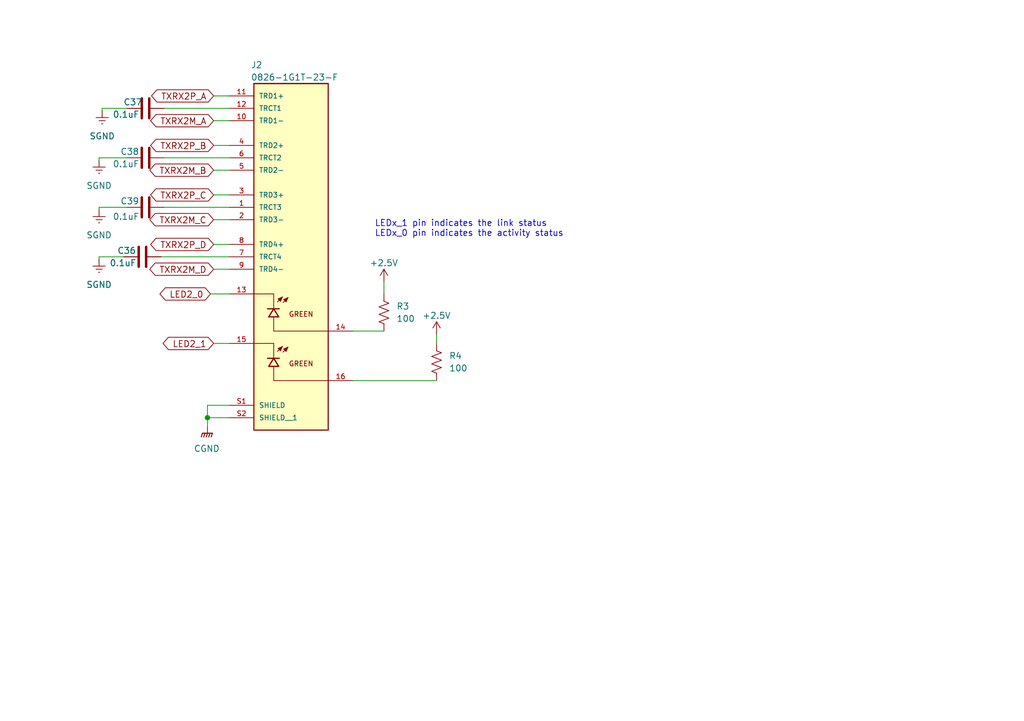
<source format=kicad_sch>
(kicad_sch (version 20250114) (generator "eeschema") (generator_version "9.0")
  (paper "A5")
  (lib_symbols
    (symbol "Device:C" (pin_numbers (hide yes)) (pin_names (offset 0.254))
      (property "Reference" "C" (at 0.635 2.54 0))
      (property "Value" "C" (at 0.635 -2.54 0))
      (symbol "C_0_1"
        (polyline (pts (xy -2.032 0.762) (xy 2.032 0.762)) (stroke (width 0.508)))
        (polyline (pts (xy -2.032 -0.762) (xy 2.032 -0.762)) (stroke (width 0.508)))
      )
      (symbol "C_1_1"
        (pin passive line (at 0 3.81 270) (length 2.794) (name "~") (number "1"))
        (pin passive line (at 0 -3.81 90) (length 2.794) (name "~") (number "2"))
      )
    )
    (symbol "Device:R_US" (pin_numbers (hide yes)) (pin_names (offset 0))
      (property "Reference" "R" (at 2.54 0 90))
      (property "Value" "R_US" (at -2.54 0 90))
      (symbol "R_US_0_1"
        (polyline (pts (xy 0 2.286) (xy 0 2.54)))
        (polyline (pts (xy 0 2.286) (xy 1.016 1.905) (xy 0 1.524) (xy -1.016 1.143) (xy 0 0.762)))
        (polyline (pts (xy 0 0.762) (xy 1.016 0.381) (xy 0 0) (xy -1.016 -0.381) (xy 0 -0.762)))
        (polyline (pts (xy 0 -0.762) (xy 1.016 -1.143) (xy 0 -1.524) (xy -1.016 -1.905) (xy 0 -2.286)))
        (polyline (pts (xy 0 -2.286) (xy 0 -2.54)))
      )
      (symbol "R_US_1_1"
        (pin passive line (at 0 3.81 270) (length 1.27) (name "~") (number "1"))
        (pin passive line (at 0 -3.81 90) (length 1.27) (name "~") (number "2"))
      )
    )
    (symbol "SCALES:0826-1G1T-23-F" (pin_names (offset 1.016))
      (property "Reference" "J" (at -7.62 34.29 0))
      (property "Value" "0826-1G1T-23-F" (at -7.62 -39.37 0))
      (symbol "0826-1G1T-23-F_0_0"
        (rectangle (start -7.62 33.02) (end 7.62 -38.1) (stroke (width 0.254)) (fill (type background)))
        (polyline (pts (xy -3.556 -10.16) (xy -7.62 -10.16)) (stroke (width 0.1524)))
        (polyline (pts (xy -3.556 -13.081) (xy -3.556 -10.16)) (stroke (width 0.1524)))
        (polyline (pts (xy -3.556 -13.208) (xy -4.826 -13.208)) (stroke (width 0.254)))
        (polyline (pts (xy -3.556 -13.208) (xy -4.572 -14.859)) (stroke (width 0.254)))
        (polyline (pts (xy -3.556 -17.78) (xy -3.556 -14.986)) (stroke (width 0.1524)))
        (polyline (pts (xy -3.556 -17.78) (xy 7.62 -17.78)) (stroke (width 0.1524)))
        (polyline (pts (xy -3.556 -20.32) (xy -7.62 -20.32)) (stroke (width 0.1524)))
        (polyline (pts (xy -3.556 -23.241) (xy -3.556 -20.32)) (stroke (width 0.1524)))
        (polyline (pts (xy -3.556 -23.368) (xy -4.826 -23.368)) (stroke (width 0.254)))
        (polyline (pts (xy -3.556 -23.368) (xy -4.572 -25.019)) (stroke (width 0.254)))
        (polyline (pts (xy -3.556 -27.94) (xy -3.556 -25.146)) (stroke (width 0.1524)))
        (polyline (pts (xy -3.556 -27.94) (xy 7.62 -27.94)) (stroke (width 0.1524)))
        (polyline (pts (xy -2.794 -11.811) (xy -1.778 -10.795)) (stroke (width 0.1524)))
        (polyline (pts (xy -2.794 -21.971) (xy -1.778 -20.955)) (stroke (width 0.1524)))
        (polyline (pts (xy -2.54 -14.859) (xy -4.572 -14.859)) (stroke (width 0.254)))
        (polyline (pts (xy -2.54 -14.859) (xy -3.556 -13.208)) (stroke (width 0.254)))
        (polyline (pts (xy -2.54 -25.019) (xy -4.572 -25.019)) (stroke (width 0.254)))
        (polyline (pts (xy -2.54 -25.019) (xy -3.556 -23.368)) (stroke (width 0.254)))
        (polyline (pts (xy -2.413 -13.208) (xy -3.556 -13.208)) (stroke (width 0.254)))
        (polyline (pts (xy -2.413 -23.368) (xy -3.556 -23.368)) (stroke (width 0.254)))
        (polyline (pts (xy -1.778 -10.795) (xy -2.667 -11.176) (xy -2.159 -11.684) (xy -1.778 -10.795)) (stroke (width 0.1524)) (fill (type outline)))
        (polyline (pts (xy -1.778 -20.955) (xy -2.667 -21.336) (xy -2.159 -21.844) (xy -1.778 -20.955)) (stroke (width 0.1524)) (fill (type outline)))
        (polyline (pts (xy -1.651 -11.938) (xy -0.635 -10.922)) (stroke (width 0.1524)))
        (polyline (pts (xy -1.651 -22.098) (xy -0.635 -21.082)) (stroke (width 0.1524)))
        (polyline (pts (xy -0.635 -10.922) (xy -1.524 -11.303) (xy -1.016 -11.811) (xy -0.635 -10.922)) (stroke (width 0.1524)) (fill (type outline)))
        (polyline (pts (xy -0.635 -21.082) (xy -1.524 -21.463) (xy -1.016 -21.971) (xy -0.635 -21.082)) (stroke (width 0.1524)) (fill (type outline)))
        (text "GREEN" (at -0.508 -13.716 0) (effects (font (size 1.016 1.016)) (justify left top)))
        (text "GREEN" (at -0.508 -23.876 0) (effects (font (size 1.016 1.016)) (justify left top)))
        (pin passive line (at -12.7 30.48 0) (length 5.08) (name "TRD1+") (number "11"))
        (pin passive line (at -12.7 27.94 0) (length 5.08) (name "TRCT1") (number "12"))
        (pin passive line (at -12.7 25.4 0) (length 5.08) (name "TRD1-") (number "10"))
        (pin passive line (at -12.7 20.32 0) (length 5.08) (name "TRD2+") (number "4"))
        (pin passive line (at -12.7 17.78 0) (length 5.08) (name "TRCT2") (number "6"))
        (pin passive line (at -12.7 15.24 0) (length 5.08) (name "TRD2-") (number "5"))
        (pin passive line (at -12.7 10.16 0) (length 5.08) (name "TRD3+") (number "3"))
        (pin passive line (at -12.7 7.62 0) (length 5.08) (name "TRCT3") (number "1"))
        (pin passive line (at -12.7 5.08 0) (length 5.08) (name "TRD3-") (number "2"))
        (pin passive line (at -12.7 0 0) (length 5.08) (name "TRD4+") (number "8"))
        (pin passive line (at -12.7 -2.54 0) (length 5.08) (name "TRCT4") (number "7"))
        (pin passive line (at -12.7 -5.08 0) (length 5.08) (name "TRD4-") (number "9"))
        (pin passive line (at -12.7 -10.16 0) (length 5.08) (name "~") (number "13"))
        (pin passive line (at -12.7 -20.32 0) (length 5.08) (name "~") (number "15"))
        (pin passive line (at -12.7 -33.02 0) (length 5.08) (name "SHIELD") (number "S1"))
        (pin passive line (at -12.7 -35.56 0) (length 5.08) (name "SHIELD__1") (number "S2"))
        (pin passive line (at 12.7 -17.78 180) (length 5.08) (name "~") (number "14"))
        (pin passive line (at 12.7 -27.94 180) (length 5.08) (name "~") (number "16"))
      )
    )
    (symbol "power:+2V5" (power) (pin_numbers (hide yes)) (pin_names (offset 0) (hide yes))
      (property "Value" "+2V5" (at 0 3.556 0))
      (symbol "+2V5_0_1"
        (polyline (pts (xy -0.762 1.27) (xy 0 2.54)))
        (polyline (pts (xy 0 2.54) (xy 0.762 1.27)))
        (polyline (pts (xy 0 0) (xy 0 2.54)))
      )
      (symbol "+2V5_1_1"
        (pin power_in line (at 0 0 90) (length 0) (name "~") (number "1"))
      )
    )
    (symbol "power:GNDPWR" (power) (pin_numbers (hide yes)) (pin_names (offset 0) (hide yes))
      (property "Value" "GNDPWR" (at 0 -3.302 0))
      (symbol "GNDPWR_0_1"
        (polyline (pts (xy -1.016 -1.27) (xy -1.27 -2.032) (xy -1.27 -2.032)) (stroke (width 0.2032)))
        (polyline (pts (xy -0.508 -1.27) (xy -0.762 -2.032) (xy -0.762 -2.032)) (stroke (width 0.2032)))
        (polyline (pts (xy 0 -1.27) (xy 0 0)))
        (polyline (pts (xy 0 -1.27) (xy -0.254 -2.032) (xy -0.254 -2.032)) (stroke (width 0.2032)))
        (polyline (pts (xy 0.508 -1.27) (xy 0.254 -2.032) (xy 0.254 -2.032)) (stroke (width 0.2032)))
        (polyline (pts (xy 1.016 -1.27) (xy -1.016 -1.27) (xy -1.016 -1.27)) (stroke (width 0.2032)))
        (polyline (pts (xy 1.016 -1.27) (xy 0.762 -2.032) (xy 0.762 -2.032) (xy 0.762 -2.032)) (stroke (width 0.2032)))
      )
      (symbol "GNDPWR_1_1"
        (pin power_in line (at 0 0 270) (length 0) (name "~") (number "1"))
      )
    )
    (symbol "power:GNDREF" (power) (pin_numbers (hide yes)) (pin_names (offset 0) (hide yes))
      (property "Value" "GNDREF" (at 0 -3.81 0))
      (symbol "GNDREF_0_1"
        (polyline (pts (xy -0.635 -1.905) (xy 0.635 -1.905)))
        (polyline (pts (xy -0.127 -2.54) (xy 0.127 -2.54)))
        (polyline (pts (xy 0 -1.27) (xy 0 0)))
        (polyline (pts (xy 1.27 -1.27) (xy -1.27 -1.27)))
      )
      (symbol "GNDREF_1_1"
        (pin power_in line (at 0 0 270) (length 0) (name "~") (number "1"))
      )
    )
  )
  (text "LEDx_1 pin indicates the link status\nLEDx_0 pin indicates the activity status" (at 76.835 46.99 0) (effects (font (size 1.27 1.27)) (justify left)))
  (junction (at 42.545 85.725))
  (wire (pts (xy 20.955 22.225) (xy 26.035 22.225)))
  (wire (pts (xy 43.815 29.845) (xy 46.99 29.845)))
  (wire (pts (xy 42.545 83.185) (xy 42.545 85.725)))
  (wire (pts (xy 42.545 85.725) (xy 42.545 87.63)))
  (wire (pts (xy 43.815 40.005) (xy 46.99 40.005)))
  (wire (pts (xy 33.02 52.705) (xy 46.99 52.705)))
  (wire (pts (xy 26.035 42.545) (xy 20.32 42.545)))
  (wire (pts (xy 43.815 50.165) (xy 46.99 50.165)))
  (wire (pts (xy 72.39 78.105) (xy 89.535 78.105)))
  (wire (pts (xy 42.545 85.725) (xy 46.99 85.725)))
  (wire (pts (xy 43.815 45.085) (xy 46.99 45.085)))
  (wire (pts (xy 33.655 32.385) (xy 46.99 32.385)))
  (wire (pts (xy 78.74 57.785) (xy 78.74 60.325)))
  (wire (pts (xy 43.815 34.925) (xy 46.99 34.925)))
  (wire (pts (xy 20.32 32.385) (xy 26.035 32.385)))
  (wire (pts (xy 20.955 22.86) (xy 20.955 22.225)))
  (wire (pts (xy 43.18 60.325) (xy 46.99 60.325)))
  (wire (pts (xy 43.815 70.485) (xy 46.99 70.485)))
  (wire (pts (xy 43.815 24.765) (xy 46.99 24.765)))
  (wire (pts (xy 20.32 42.545) (xy 20.32 43.18)))
  (wire (pts (xy 33.655 42.545) (xy 46.99 42.545)))
  (wire (pts (xy 46.99 83.185) (xy 42.545 83.185)))
  (wire (pts (xy 43.815 19.685) (xy 46.99 19.685)))
  (wire (pts (xy 33.655 22.225) (xy 46.99 22.225)))
  (wire (pts (xy 72.39 67.945) (xy 78.74 67.945)))
  (wire (pts (xy 89.535 68.58) (xy 89.535 70.485)))
  (wire (pts (xy 43.815 55.245) (xy 46.99 55.245)))
  (wire (pts (xy 20.32 52.705) (xy 25.4 52.705)))
  (wire (pts (xy 20.32 53.34) (xy 20.32 52.705)))
  (wire (pts (xy 20.32 33.02) (xy 20.32 32.385)))
  (global_label "TXRX2M_C" (shape bidirectional) (at 43.815 45.085 180) (property "Intersheetrefs" "${INTERSHEET_REFS}" (effects (hide yes))))
  (global_label "TXRX2M_B" (shape bidirectional) (at 43.815 34.925 180) (property "Intersheetrefs" "${INTERSHEET_REFS}" (effects (hide yes))))
  (global_label "TXRX2M_D" (shape bidirectional) (at 43.815 55.245 180) (property "Intersheetrefs" "${INTERSHEET_REFS}" (effects (hide yes))))
  (global_label "TXRX2P_B" (shape bidirectional) (at 43.815 29.845 180) (property "Intersheetrefs" "${INTERSHEET_REFS}" (effects (hide yes))))
  (global_label "LED2_0" (shape bidirectional) (at 43.18 60.325 180) (property "Intersheetrefs" "${INTERSHEET_REFS}" (effects (hide yes))))
  (global_label "TXRX2P_A" (shape bidirectional) (at 43.815 19.685 180) (property "Intersheetrefs" "${INTERSHEET_REFS}" (effects (hide yes))))
  (global_label "LED2_1" (shape bidirectional) (at 43.815 70.485 180) (property "Intersheetrefs" "${INTERSHEET_REFS}" (effects (hide yes))))
  (global_label "TXRX2M_A" (shape bidirectional) (at 43.815 24.765 180) (property "Intersheetrefs" "${INTERSHEET_REFS}" (effects (hide yes))))
  (global_label "TXRX2P_D" (shape bidirectional) (at 43.815 50.165 180) (property "Intersheetrefs" "${INTERSHEET_REFS}" (effects (hide yes))))
  (global_label "TXRX2P_C" (shape bidirectional) (at 43.815 40.005 180) (property "Intersheetrefs" "${INTERSHEET_REFS}" (effects (hide yes))))
  (symbol (lib_id "power:GNDREF") (at 20.955 22.86 0) (unit 1)
    (property "Reference" "#PWR020" (effects (hide yes)))
    (property "Value" "SGND" (at 20.955 27.94 0))
    (property "Description" "Power symbol creates a global label with name \"GNDREF\" , reference supply ground" (effects (hide yes)))
  )
  (symbol (lib_id "Device:C") (at 29.845 32.385 90) (unit 1)
    (property "Reference" "C38" (at 28.575 31.115 90) (effects (justify left)))
    (property "Value" "0.1uF" (at 28.575 33.655 90) (effects (justify left)))
    (property "Footprint" "Capacitor_SMD:C_0603_1608Metric" (effects (hide yes)))
    (property "Description" "Unpolarized capacitor" (effects (hide yes)))
  )
  (symbol (lib_id "Device:R_US") (at 89.535 74.295 180) (unit 1)
    (property "Reference" "R4" (at 92.075 73.0249 0) (effects (justify right)))
    (property "Value" "100" (at 92.075 75.5649 0) (effects (justify right)))
    (property "Footprint" "Resistor_SMD:R_0603_1608Metric" (effects (hide yes)))
    (property "Description" "Resistor, US symbol" (effects (hide yes)))
  )
  (symbol (lib_id "Device:C") (at 29.21 52.705 90) (unit 1)
    (property "Reference" "C36" (at 27.94 51.435 90) (effects (justify left)))
    (property "Value" "0.1uF" (at 27.94 53.975 90) (effects (justify left)))
    (property "Footprint" "Capacitor_SMD:C_0603_1608Metric" (effects (hide yes)))
    (property "Description" "Unpolarized capacitor" (effects (hide yes)))
  )
  (symbol (lib_id "power:GNDREF") (at 20.32 53.34 0) (unit 1)
    (property "Reference" "#PWR019" (effects (hide yes)))
    (property "Value" "SGND" (at 20.32 58.42 0))
    (property "Description" "Power symbol creates a global label with name \"GNDREF\" , reference supply ground" (effects (hide yes)))
  )
  (symbol (lib_id "SCALES:0826-1G1T-23-F") (at 59.69 50.165 0) (unit 1)
    (property "Reference" "J2" (at 51.435 13.335 0) (effects (justify left)))
    (property "Value" "0826-1G1T-23-F" (at 51.435 15.875 0) (effects (justify left)))
    (property "Footprint" "SCALES:BEL_0826-1G1T-23-F" (effects (hide yes)))
    (property "Datasheet" "https://jlcpcb.com/partdetail/BelFuse-0826_1G1T_23F/C5467573" (effects (hide yes)))
    (property "Description" "MagJack 1000BASE-T | 1X1 | G/G | Tab Up | RoHS" (effects (hide yes)))
    (property "MF" "Bel Magnetic Solutions" (effects (hide yes)))
    (property "PACKAGE" "None" (effects (hide yes)))
    (property "PRICE" "None" (effects (hide yes)))
    (property "MP" "0826-1G1T-23-F" (effects (hide yes)))
    (property "AVAILABILITY" "Unavailable" (effects (hide yes)))
  )
  (symbol (lib_id "Device:C") (at 29.845 42.545 90) (unit 1)
    (property "Reference" "C39" (at 28.575 41.275 90) (effects (justify left)))
    (property "Value" "0.1uF" (at 28.575 44.45 90) (effects (justify left)))
    (property "Footprint" "Capacitor_SMD:C_0603_1608Metric" (effects (hide yes)))
    (property "Description" "Unpolarized capacitor" (effects (hide yes)))
  )
  (symbol (lib_id "power:+2V5") (at 89.535 68.58 0) (unit 1)
    (property "Reference" "#PWR022" (effects (hide yes)))
    (property "Value" "+2.5V" (at 89.535 64.77 0))
    (property "Description" "Power symbol creates a global label with name \"+2V5\"" (effects (hide yes)))
  )
  (symbol (lib_id "Device:C") (at 29.845 22.225 90) (unit 1)
    (property "Reference" "C37" (at 29.21 20.955 90) (effects (justify left)))
    (property "Value" "0.1uF" (at 28.575 23.495 90) (effects (justify left)))
    (property "Footprint" "Capacitor_SMD:C_0603_1608Metric" (effects (hide yes)))
    (property "Description" "Unpolarized capacitor" (effects (hide yes)))
  )
  (symbol (lib_id "power:GNDREF") (at 20.32 33.02 0) (unit 1)
    (property "Reference" "#PWR017" (effects (hide yes)))
    (property "Value" "SGND" (at 20.32 38.1 0))
    (property "Description" "Power symbol creates a global label with name \"GNDREF\" , reference supply ground" (effects (hide yes)))
  )
  (symbol (lib_id "power:GNDPWR") (at 42.545 87.63 0) (unit 1)
    (property "Reference" "#PWR021" (effects (hide yes)))
    (property "Value" "CGND" (at 42.418 92.075 0))
    (property "Description" "Power symbol creates a global label with name \"CGND\" , CHASSIS GND" (effects (hide yes)))
  )
  (symbol (lib_id "power:GNDREF") (at 20.32 43.18 0) (unit 1)
    (property "Reference" "#PWR018" (effects (hide yes)))
    (property "Value" "SGND" (at 20.32 48.26 0))
    (property "Description" "Power symbol creates a global label with name \"GNDREF\" , reference supply ground" (effects (hide yes)))
  )
  (symbol (lib_id "Device:R_US") (at 78.74 64.135 180) (unit 1)
    (property "Reference" "R3" (at 81.28 62.8649 0) (effects (justify right)))
    (property "Value" "100" (at 81.28 65.4049 0) (effects (justify right)))
    (property "Footprint" "Resistor_SMD:R_0603_1608Metric" (effects (hide yes)))
    (property "Description" "Resistor, US symbol" (effects (hide yes)))
  )
  (symbol (lib_id "power:+2V5") (at 78.74 57.785 0) (unit 1)
    (property "Reference" "#PWR023" (effects (hide yes)))
    (property "Value" "+2.5V" (at 78.74 53.975 0))
    (property "Description" "Power symbol creates a global label with name \"+2V5\"" (effects (hide yes)))
  )
)
</source>
